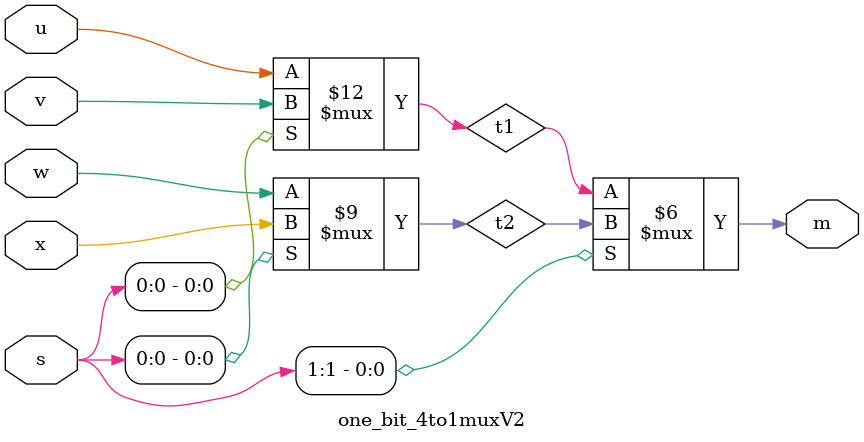
<source format=v>
module one_bit_4to1muxV2 (s,u,v,w,x,m);
 
	input[1:0] s;
	input u,v,w,x;
	output reg m;
	
	reg t1, t2;
	
	always @(u,v,w,x,s[0]) begin
		if (s[0] == 1'b1) begin//complete)
			t1 <= v; //complete;
			t2 <= x;
		end else begin
			t1 <= u;//complete;
			t2 <= w;
		end
	end
 
 	//complete other always blocks
	always @(s[1], t1, t2) begin
		if (s[1] == 1'b1) begin
			m <= t2;
		end else begin
			m <= t1;
		end
	end
endmodule

</source>
